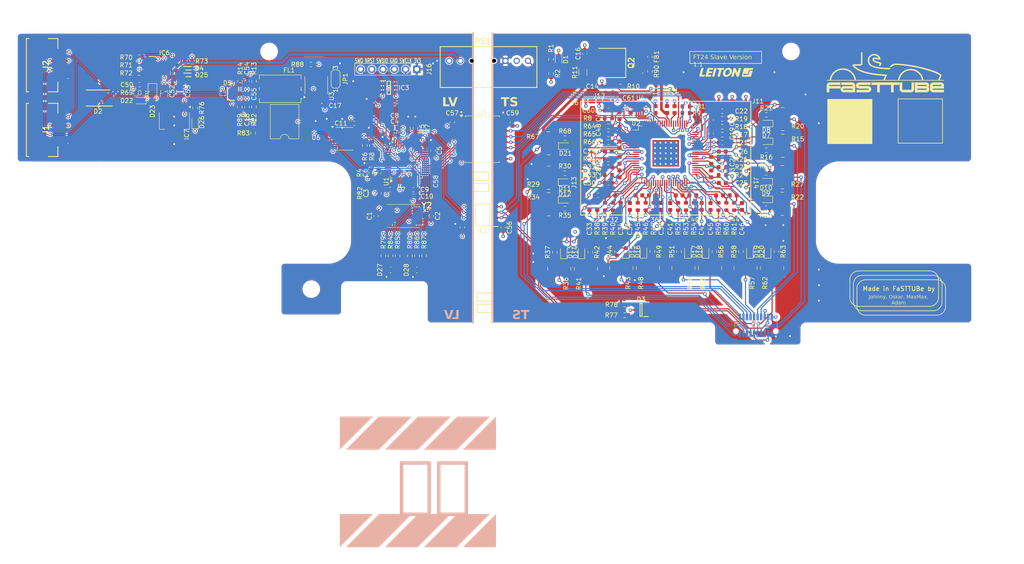
<source format=kicad_pcb>
(kicad_pcb
	(version 20240108)
	(generator "pcbnew")
	(generator_version "8.0")
	(general
		(thickness 1.599978)
		(legacy_teardrops no)
	)
	(paper "A4")
	(layers
		(0 "F.Cu" signal)
		(1 "In1.Cu" signal)
		(2 "In2.Cu" signal)
		(31 "B.Cu" signal)
		(32 "B.Adhes" user "B.Adhesive")
		(33 "F.Adhes" user "F.Adhesive")
		(34 "B.Paste" user)
		(35 "F.Paste" user)
		(36 "B.SilkS" user "B.Silkscreen")
		(37 "F.SilkS" user "F.Silkscreen")
		(38 "B.Mask" user)
		(39 "F.Mask" user)
		(40 "Dwgs.User" user "User.Drawings")
		(41 "Cmts.User" user "User.Comments")
		(42 "Eco1.User" user "User.Eco1")
		(43 "Eco2.User" user "User.Eco2")
		(44 "Edge.Cuts" user)
		(45 "Margin" user)
		(46 "B.CrtYd" user "B.Courtyard")
		(47 "F.CrtYd" user "F.Courtyard")
		(48 "B.Fab" user)
		(49 "F.Fab" user)
		(50 "User.1" user)
		(51 "User.2" user)
		(52 "User.3" user)
		(53 "User.4" user)
		(54 "User.5" user)
		(55 "User.6" user)
		(56 "User.7" user)
		(57 "User.8" user)
		(58 "User.9" user)
	)
	(setup
		(stackup
			(layer "F.SilkS"
				(type "Top Silk Screen")
			)
			(layer "F.Paste"
				(type "Top Solder Paste")
			)
			(layer "F.Mask"
				(type "Top Solder Mask")
				(thickness 0.01)
			)
			(layer "F.Cu"
				(type "copper")
				(thickness 0.035)
			)
			(layer "dielectric 1"
				(type "prepreg")
				(thickness 0.1)
				(material "FR4")
				(epsilon_r 4.5)
				(loss_tangent 0.02)
			)
			(layer "In1.Cu"
				(type "copper")
				(thickness 0.035)
			)
			(layer "dielectric 2"
				(type "core")
				(thickness 1.239978)
				(material "FR4")
				(epsilon_r 4.5)
				(loss_tangent 0.02)
			)
			(layer "In2.Cu"
				(type "copper")
				(thickness 0.035)
			)
			(layer "dielectric 3"
				(type "prepreg")
				(thickness 0.1)
				(material "FR4")
				(epsilon_r 4.5)
				(loss_tangent 0.02)
			)
			(layer "B.Cu"
				(type "copper")
				(thickness 0.035)
			)
			(layer "B.Mask"
				(type "Bottom Solder Mask")
				(thickness 0.01)
			)
			(layer "B.Paste"
				(type "Bottom Solder Paste")
			)
			(layer "B.SilkS"
				(type "Bottom Silk Screen")
			)
			(copper_finish "None")
			(dielectric_constraints no)
		)
		(pad_to_mask_clearance 0)
		(allow_soldermask_bridges_in_footprints no)
		(aux_axis_origin 50 75)
		(pcbplotparams
			(layerselection 0x00010fc_ffffffff)
			(plot_on_all_layers_selection 0x0000000_00000001)
			(disableapertmacros no)
			(usegerberextensions no)
			(usegerberattributes yes)
			(usegerberadvancedattributes yes)
			(creategerberjobfile yes)
			(dashed_line_dash_ratio 12.000000)
			(dashed_line_gap_ratio 3.000000)
			(svgprecision 4)
			(plotframeref no)
			(viasonmask no)
			(mode 1)
			(useauxorigin no)
			(hpglpennumber 1)
			(hpglpenspeed 20)
			(hpglpendiameter 15.000000)
			(pdf_front_fp_property_popups yes)
			(pdf_back_fp_property_popups yes)
			(dxfpolygonmode yes)
			(dxfimperialunits yes)
			(dxfusepcbnewfont yes)
			(psnegative no)
			(psa4output no)
			(plotreference yes)
			(plotvalue yes)
			(plotfptext yes)
			(plotinvisibletext no)
			(sketchpadsonfab no)
			(subtractmaskfromsilk no)
			(outputformat 1)
			(mirror no)
			(drillshape 0)
			(scaleselection 1)
			(outputdirectory "Gerber1/")
		)
	)
	(net 0 "")
	(net 1 "+3V3")
	(net 2 "/CAN/CANH")
	(net 3 "/CAN/CANL")
	(net 4 "Net-(D1-A)")
	(net 5 "/µC/LED1_R")
	(net 6 "/µC/SWCLK")
	(net 7 "GND")
	(net 8 "/µC/SWDIO")
	(net 9 "/µC/NRST")
	(net 10 "/µC/Trace_SWO")
	(net 11 "unconnected-(U1-PC13-Pad2)")
	(net 12 "unconnected-(U1-PC14-Pad3)")
	(net 13 "unconnected-(U1-PC15-Pad4)")
	(net 14 "/µC/LED1_G")
	(net 15 "/µC/LED1_B")
	(net 16 "/µC/LED2_R")
	(net 17 "/µC/LED2_G")
	(net 18 "unconnected-(U1-PA1-Pad11)")
	(net 19 "/µC/LED2_B")
	(net 20 "unconnected-(U1-PA8-Pad29)")
	(net 21 "Net-(D22-A)")
	(net 22 "Net-(D26-A)")
	(net 23 "Net-(U3-CANH)")
	(net 24 "Net-(U3-CANL)")
	(net 25 "unconnected-(U1-PB1-Pad19)")
	(net 26 "unconnected-(U1-PB2-Pad20)")
	(net 27 "Net-(U2-IPB)")
	(net 28 "/µC/TMP_SCL")
	(net 29 "/BMS/TMP_SCL")
	(net 30 "/BMS/TMP_SDA")
	(net 31 "+5V")
	(net 32 "/µC/SCK")
	(net 33 "/µC/MOSI")
	(net 34 "/µC/MISO")
	(net 35 "/µC/CSB")
	(net 36 "unconnected-(U1-PB0-Pad18)")
	(net 37 "/µC/PROM_SDA")
	(net 38 "/µC/PROM_SCL")
	(net 39 "unconnected-(U1-PB3-Pad39)")
	(net 40 "unconnected-(U1-PB4-Pad40)")
	(net 41 "unconnected-(U1-PB5-Pad41)")
	(net 42 "unconnected-(U1-PB8-Pad45)")
	(net 43 "unconnected-(U1-PB9-Pad46)")
	(net 44 "/BMS/Filter_Balance_Network_last/CB")
	(net 45 "/BMS/Filter_Balance_Network_last/CB:A")
	(net 46 "/BMS/~{CS}")
	(net 47 "/BMS/Filter_Balance_Network_last/SAP")
	(net 48 "/BMS/Filter_Balance_Network_last/CA")
	(net 49 "/BMS/Filter_Balance_Network2/CB")
	(net 50 "/BMS/MISO")
	(net 51 "/BMS/Filter_Balance_Network2/SBP")
	(net 52 "/BMS/Filter_Balance_Network2/CB:A")
	(net 53 "/BMS/MOSI")
	(net 54 "/BMS/Filter_Balance_Network2/SAP")
	(net 55 "/BMS/Filter_Balance_Network2/CA")
	(net 56 "/BMS/Filter_Balance_Network4/CB")
	(net 57 "/BMS/SCK")
	(net 58 "/BMS/Filter_Balance_Network4/SBP")
	(net 59 "/BMS/Filter_Balance_Network4/CB:A")
	(net 60 "unconnected-(IC4-NC_1-Pad1)")
	(net 61 "/BMS/Filter_Balance_Network4/SAP")
	(net 62 "/BMS/Filter_Balance_Network4/CA")
	(net 63 "/BMS/Filter_Balance_Network5/CB")
	(net 64 "unconnected-(IC4-NC_2-Pad2)")
	(net 65 "/BMS/Filter_Balance_Network5/SBP")
	(net 66 "/BMS/Filter_Balance_Network5/CB:A")
	(net 67 "unconnected-(IC4-NC_3-Pad3)")
	(net 68 "/BMS/Filter_Balance_Network5/SAP")
	(net 69 "/BMS/Filter_Balance_Network5/CA")
	(net 70 "/BMS/Filter_Balance_Network6/CB")
	(net 71 "/µC/PROM_WC")
	(net 72 "/BMS/Filter_Balance_Network6/SBP")
	(net 73 "/BMS/Filter_Balance_Network6/CB:A")
	(net 74 "/BMS/Filter_Balance_Network6/SAP")
	(net 75 "/BMS/Filter_Balance_Network6/CA")
	(net 76 "/BMS/Filter_Balance_Network7/CB")
	(net 77 "/BMS/Filter_Balance_Network7/SBP")
	(net 78 "/BMS/Filter_Balance_Network7/CB:A")
	(net 79 "unconnected-(IC6-DVDT-Pad2)")
	(net 80 "/BMS/Filter_Balance_Network7/SAP")
	(net 81 "/BMS/Filter_Balance_Network7/CA")
	(net 82 "/BMS/Filter_Balance_Network1/CB")
	(net 83 "Net-(IC6-EN{slash}UVLO)")
	(net 84 "/BMS/Filter_Balance_Network1/SBP")
	(net 85 "/BMS/Filter_Balance_Network1/CB:A")
	(net 86 "+BATT")
	(net 87 "/BMS/Filter_Balance_Network1/SAP")
	(net 88 "/BMS/Filter_Balance_Network1/CA")
	(net 89 "/BMS/Filter_Balance_Network/CB")
	(net 90 "+12V")
	(net 91 "/BMS/Filter_Balance_Network/SBP")
	(net 92 "/BMS/Filter_Balance_Network/CB:A")
	(net 93 "unconnected-(IC6-~{FLT}-Pad6)")
	(net 94 "/BMS/Filter_Balance_Network/SAP")
	(net 95 "Net-(IC6-ILM)")
	(net 96 "Net-(IC6-OVLO{slash}OVCSEL)")
	(net 97 "/BMS/Filter_Balance_Network/CellA+{slash}CellB-")
	(net 98 "/BMS/Filter_Balance_Network/CellB+")
	(net 99 "Net-(U2-IMB)")
	(net 100 "Net-(U1-PB11)")
	(net 101 "/BMS/Filter_Balance_Network1/CellA+{slash}CellB-")
	(net 102 "/BMS/Filter_Balance_Network2/CellA-")
	(net 103 "unconnected-(U2-NC-Pad66)")
	(net 104 "GND1")
	(net 105 "/BMS/Filter_Balance_Network7/CellA+{slash}CellB-")
	(net 106 "/BMS/Filter_Balance_Network4/CellA-")
	(net 107 "/BMS/Filter_Balance_Network6/CellA+{slash}CellB-")
	(net 108 "unconnected-(U2-GPIO10-Pad71)")
	(net 109 "unconnected-(U2-GPIO9-Pad72)")
	(net 110 "unconnected-(U2-GPIO8-Pad73)")
	(net 111 "unconnected-(U2-GPIO7-Pad74)")
	(net 112 "unconnected-(U2-GPIO6-Pad75)")
	(net 113 "unconnected-(U2-GPIO3-Pad78)")
	(net 114 "unconnected-(U2-GPIO2-Pad79)")
	(net 115 "unconnected-(U2-GPIO1-Pad80)")
	(net 116 "/BMS/Filter_Balance_Network5/CellA-")
	(net 117 "/BMS/Filter_Balance_Network5/CellA+{slash}CellB-")
	(net 118 "/BMS/Filter_Balance_Network6/CellA-")
	(net 119 "/BMS/Filter_Balance_Network4/CellA+{slash}CellB-")
	(net 120 "/BMS/Filter_Balance_Network1/CellB+")
	(net 121 "/BMS/Filter_Balance_Network2/CellA+{slash}CellB-")
	(net 122 "/BMS/Filter_Balance_Network2/CellB+")
	(net 123 "Net-(PS1-FB)")
	(net 124 "Net-(Q2-B)")
	(net 125 "Net-(Q2-C)")
	(net 126 "Net-(Q2-E)")
	(net 127 "/CAN/CAN_Term")
	(net 128 "/µC/OSC_IN")
	(net 129 "/µC/OSC_OUT")
	(net 130 "/CAN/CAN_Rx")
	(net 131 "/CAN/CAN_Tx")
	(net 132 "Net-(U1-BOOT0)")
	(net 133 "Net-(U2-V+)")
	(net 134 "Net-(U2-VREF2)")
	(net 135 "Net-(U2-VREF1)")
	(net 136 "/CAN/V_{ref}")
	(net 137 "Net-(D7-A)")
	(net 138 "Net-(D8-A)")
	(net 139 "Net-(D9-A)")
	(net 140 "Net-(D10-A)")
	(net 141 "Net-(D11-A)")
	(net 142 "Net-(D12-A)")
	(net 143 "Net-(D13-A)")
	(net 144 "Net-(D14-A)")
	(net 145 "Net-(D15-A)")
	(net 146 "Net-(D16-A)")
	(net 147 "Net-(D17-A)")
	(net 148 "Net-(D18-A)")
	(net 149 "Net-(D19-A)")
	(net 150 "Net-(D20-A)")
	(net 151 "Net-(D21-A)")
	(net 152 "VBUS")
	(net 153 "Net-(U1-PB10)")
	(net 154 "Net-(U1-PB13)")
	(net 155 "Net-(U2-DRIVE)")
	(net 156 "/BMS/Filter_Balance_Network/CA")
	(net 157 "Net-(U1-PB12)")
	(net 158 "Net-(U1-PB14)")
	(net 159 "Net-(U1-PB15)")
	(net 160 "/µC/TMP_SDA")
	(net 161 "Net-(R83-Pad2)")
	(net 162 "Net-(U3-Rs)")
	(net 163 "Net-(JP1-C)")
	(net 164 "Net-(D2-A)")
	(net 165 "Net-(U2-VREG)")
	(net 166 "unconnected-(U6-Pad3)")
	(net 167 "unconnected-(U6-Pad5)")
	(net 168 "unconnected-(U4-ALERT-Pad3)")
	(net 169 "unconnected-(U1-PA0-Pad10)")
	(footprint "Capacitor_SMD:C_0603_1608Metric" (layer "F.Cu") (at 206.7285 103.8745 90))
	(footprint "Resistor_SMD:R_1020_2550Metric" (layer "F.Cu") (at 192.4675 128.1525 90))
	(footprint "Resistor_SMD:R_0603_1608Metric" (layer "F.Cu") (at 219.1675 93.5775 180))
	(footprint "Resistor_SMD:R_0603_1608Metric" (layer "F.Cu") (at 183.5425 94.3815))
	(footprint "Capacitor_SMD:C_0603_1608Metric" (layer "F.Cu") (at 161.899695 95.299695 -90))
	(footprint "Capacitor_SMD:C_0603_1608Metric" (layer "F.Cu") (at 77.8 86.8 180))
	(footprint "Resistor_SMD:R_0603_1608Metric" (layer "F.Cu") (at 208.3675 114.2775 90))
	(footprint "Resistor_SMD:R_0603_1608Metric" (layer "F.Cu") (at 187.2 136.4))
	(footprint "Slave:QFP-80_12x12_Pitch0.5mm" (layer "F.Cu") (at 196.4675 102.2775))
	(footprint "Resistor_SMD:R_0603_1608Metric" (layer "F.Cu") (at 219.0925 106.6775 180))
	(footprint "Package_SO:SOIC-16W_7.5x10.3mm_P1.27mm" (layer "F.Cu") (at 155.099695 99.099695))
	(footprint "Resistor_SMD:R_0603_1608Metric" (layer "F.Cu") (at 128.6 100.5 90))
	(footprint "Connector_PinSocket_2.54mm:PinSocket_1x06_P2.54mm_Vertical" (layer "F.Cu") (at 140.325 83.325 -90))
	(footprint "Slave:SOT95P230X117-3N" (layer "F.Cu") (at 97.6 88.825 180))
	(footprint "Capacitor_SMD:C_0603_1608Metric" (layer "F.Cu") (at 197.4675 114.2775 -90))
	(footprint "Resistor_SMD:R_0603_1608Metric" (layer "F.Cu") (at 209.2285 98.0745 180))
	(footprint "Resistor_SMD:R_0603_1608Metric" (layer "F.Cu") (at 173.7175 114.7775))
	(footprint "Resistor_SMD:R_0603_1608Metric" (layer "F.Cu") (at 183.5285 96.2065))
	(footprint "Resistor_SMD:R_0603_1608Metric" (layer "F.Cu") (at 77.7 82.4 180))
	(footprint "Resistor_SMD:R_0603_1608Metric" (layer "F.Cu") (at 170.6 81.1 -90))
	(footprint "Capacitor_SMD:C_0603_1608Metric" (layer "F.Cu") (at 206.7285 106.9395 90))
	(footprint "Resistor_SMD:R_1020_2550Metric" (layer "F.Cu") (at 214.4675 128.1525 90))
	(footprint "Slave:Wuerth_Elektronik_3600637250S" (layer "F.Cu") (at 196.4675 103.3775))
	(footprint "Capacitor_SMD:C_0603_1608Metric" (layer "F.Cu") (at 102 91.825 90))
	(footprint "Slave:SODFL1608X59N" (layer "F.Cu") (at 88.8 84.6))
	(footprint "Slave:SON50P200X200X80-9N" (layer "F.Cu") (at 190.605 92.3 90))
	(footprint "LED_SMD:LED_0603_1608Metric" (layer "F.Cu") (at 219.1675 95.5775 180))
	(footprint "Resistor_SMD:R_0603_1608Metric" (layer "F.Cu") (at 211.9235 114.2775 90))
	(footprint "Resistor_SMD:R_0603_1608Metric" (layer "F.Cu") (at 209.2285 96.2965 180))
	(footprint "Slave:2059710041" (layer "F.Cu") (at 55.8 97 90))
	(footprint "Resistor_SMD:R_1206_3216Metric" (layer "F.Cu") (at 177.8 84 90))
	(footprint "Resistor_SMD:R_1020_2550Metric"
		(layer "F.Cu")
		(uuid "308b5553-f79c-46eb-845b-750481ffefb7")
		(at 186.4675 128.1525 90)
		(descr "Resistor SMD 1020 (2550 Metric), square (rectangular) end terminal, IPC_7351 nominal, (Body size source: https://www.vishay.com/docs/20019/rcwe.pdf), generated with kicad-footprint-generator")
		(tags "resistor")
		(property "Reference" "R43"
			(at -3.4 1.5 -90)
			(layer "F.SilkS")
			(uuid "22e9e064-6408-4936-8e1e-7d3de67210b0")
			(effects
				(font
					(size 1 1)
					(thickness 0.15)
				)
			)
		)
		(property "Value" "16"
			(at 0 3.55 -90)
			(layer "F.Fab")
			(uuid "9cee4ec3-6d77-4137-bdc5-4a40d33f2d62")
			(effects
				(font
					(size 1 1)
					(thickness 0.15)
				)
			)
		)
		(property "Footprint" "Resistor_SMD:R_1020_2550Metric"
			(at 0 0 90)
			(unlocked yes)
			(layer "F.Fab")
			(hide yes)
			(uuid "037224cf-c74c-418a-82e8-181573d88552")
			(effects
				(font
					(size 1.27 1.27)
				)
			)
		)
		(property "Datasheet" "https://www.te.com/commerce/DocumentDelivery/DDEController?Action=showdoc&DocId=Data+Sheet%7Fcgs-3430-series-ds%7F2212%7Fpdf%7FEnglish%7FENG_DS_cgs-3430-series-ds_2212.pdf%7F3-2176562-1"
			(at 0 0 90)
			(unlocked yes)
			(layer "F.Fab")
			(hide yes)
			(uuid "eee4495c-7c2a-46d5-bdc2-f21f758684dd")
			(effects
				(font
					(size 1.27 1.27)
				)
			)
		)
		(property "Description" ""
			(at 0 0 90)
			(unlocked yes)
			(layer "F.Fab")
			(hide yes)
			(uuid "5c82bd52-50e0-4454-8f12-c3f658f12fce")
			(effects
				(font
					(size 1.27 1.27)
				)
			)
		)
		(property ki_fp_filters "R_*")
		(path "/2536baa4-823e-48c2-9277-701b260ef4ec/3ad3b25e-daa5-4ab1-baf4-82d539eecaea/e33e525c-8579-4197-85a7-e262e84bdd4e")
		(sheetname "Filter_Balance_Network5")
		(sheetfile "FT24-AMS-Slave-v1-BMS-Filter_Balance_Network.kicad_sch")
		(attr smd)
		(fp_line
			(start -0.361252 -2.61)
			(end 0.361252 -2.61)
			(stroke
				(width 0.12)
				(type solid)
			)
			(layer "F.SilkS")
			(uuid "8df6baa6-8efa-48fd-b4eb-35686da2621d")
		)
		(fp_line
			(start -0.361252 2.61)
			(end 0.361252 2.61)
			(stroke
				(width 0.12)
				(type solid)
			)
			(layer "F.SilkS")
			(uuid "b4941493-9859-403e-a531-6c35aa5ff429")
		)
		(fp_line
			(start 1.95 -2.85)
			(end 1.95 2.85)
			(stroke
				(width 0.05)
				(type solid)
			)
			(layer "F.CrtYd")
			(uuid "b55db69f-06b9-4066-b266-ffbf6f270c58")
		)
		(fp_line
			(start -1.95 -2.85)
			(end 1.95 -2.85)
			(stroke
				(width 0.05)
				(type solid)
			)
			(layer "F.CrtYd")
			(uuid "f6ad0e35-5409-4fa4-b109-67ab7cf35c09")
		)
		(fp_line
			(start 1.95 2.85)
			(end -1.95 2.85)
			(stroke
				(width 0.05)
				(type solid)
			)
			(layer "F.CrtYd")
			(uuid "a6ab8dc0-d91d-418b-87d6-3f4123dc64e9")
		)
		(fp_line
			(start -1.95 2.85)
			(end -1.95 -2.85)
			(stroke
				(width 0.05)
				(type solid)
			)
			(layer "F.CrtYd")
			(uuid "c0c47369-ad5e-4eac-9f7f-f320d6d712d6")
		)
		(fp_line
			(start 1.25 -2.5)
			(end 1.25 2.5)
			(stroke
				(width 0.1)
				(type solid)
			)
			(layer "F.Fab")
			(uuid "11265c8f-e3eb-4df1-90a1-db4423531dc5")
		)
		(fp_line
			(start -1.25 -2.5)
			(end 1.25 -2.5)
			(stroke
				(width 0.1)
				(type solid)
			)
			(layer "F.Fab")
			(uuid "7270a302-0966-4748-8247-1471d6ea4bda")
		)
		(fp_line
			(start 1.25 2.5)
			(end -1.25 2.5)
			(stroke
				(width 0.1)
				(type solid)
			)
			(layer "F.Fab")
			(uuid "cff20ece-363f-4976-b7b9-cad9aac7353d")
		)
		(fp_line
			(start -1.25 2.5)
			(end -1.25 -2.5)
			(stroke
				(width 0.1)
				(type solid)
			)
			(layer "F.Fab")
			(uuid "10e8f84e-7860-4585-b7cb-dffc60033231")
		)
		(fp_text user "${REFERENCE}"
			(at 0 0 -90)
			(layer "F.Fab")
			(uuid "38d22581-8b27-419c-93ea-f2fcbfd
... [2601095 chars truncated]
</source>
